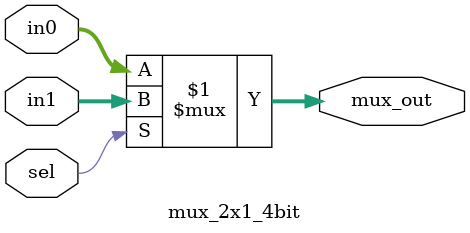
<source format=v>
`timescale 1ns / 1ps


module mux_2x1_4bit(
 input [3:0]in0,in1,
 input sel,
 output  [3:0]mux_out
    );
    
    assign mux_out = sel ? in1: in0;
    
endmodule
</source>
